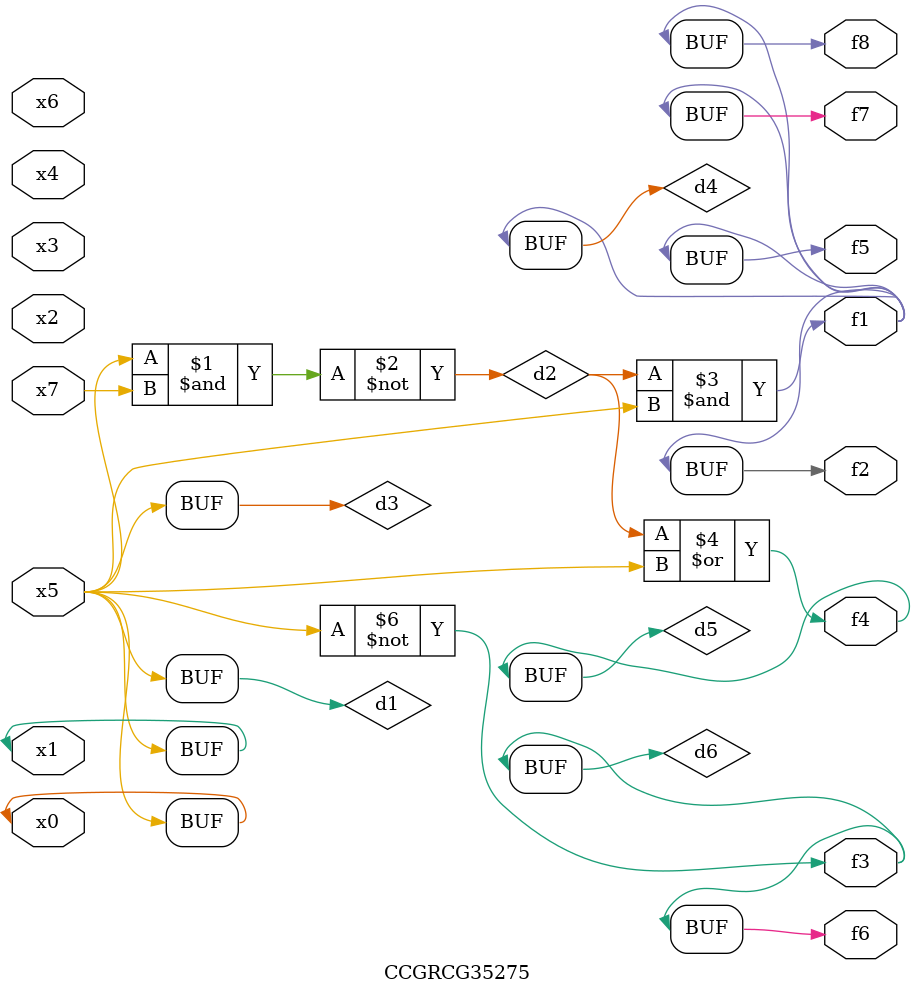
<source format=v>
module CCGRCG35275(
	input x0, x1, x2, x3, x4, x5, x6, x7,
	output f1, f2, f3, f4, f5, f6, f7, f8
);

	wire d1, d2, d3, d4, d5, d6;

	buf (d1, x0, x5);
	nand (d2, x5, x7);
	buf (d3, x0, x1);
	and (d4, d2, d3);
	or (d5, d2, d3);
	nor (d6, d1, d3);
	assign f1 = d4;
	assign f2 = d4;
	assign f3 = d6;
	assign f4 = d5;
	assign f5 = d4;
	assign f6 = d6;
	assign f7 = d4;
	assign f8 = d4;
endmodule

</source>
